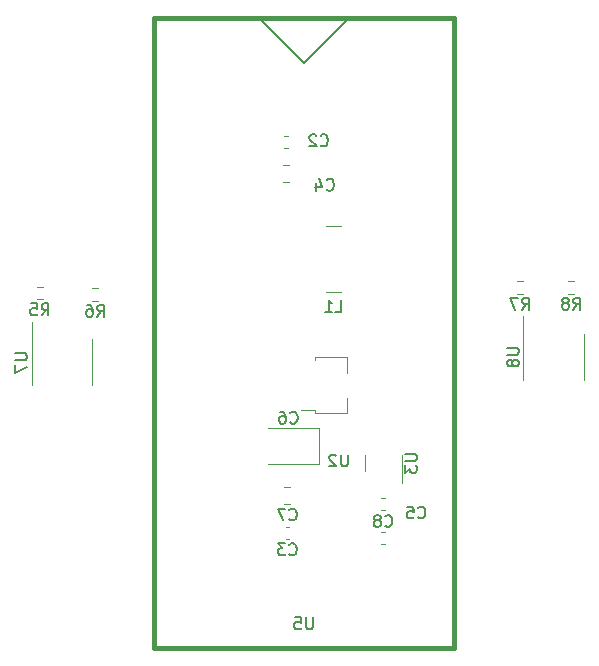
<source format=gbr>
%TF.GenerationSoftware,KiCad,Pcbnew,(6.0.7)*%
%TF.CreationDate,2022-10-25T16:16:00+09:00*%
%TF.ProjectId,quad_jsb,71756164-5f6a-4736-922e-6b696361645f,rev?*%
%TF.SameCoordinates,Original*%
%TF.FileFunction,Legend,Bot*%
%TF.FilePolarity,Positive*%
%FSLAX46Y46*%
G04 Gerber Fmt 4.6, Leading zero omitted, Abs format (unit mm)*
G04 Created by KiCad (PCBNEW (6.0.7)) date 2022-10-25 16:16:00*
%MOMM*%
%LPD*%
G01*
G04 APERTURE LIST*
%ADD10C,0.150000*%
%ADD11C,0.120000*%
%ADD12C,0.381000*%
%ADD13C,0.200000*%
G04 APERTURE END LIST*
D10*
%TO.C,C5*%
X37166666Y11892857D02*
X37214285Y11845238D01*
X37357142Y11797619D01*
X37452380Y11797619D01*
X37595238Y11845238D01*
X37690476Y11940476D01*
X37738095Y12035714D01*
X37785714Y12226190D01*
X37785714Y12369047D01*
X37738095Y12559523D01*
X37690476Y12654761D01*
X37595238Y12750000D01*
X37452380Y12797619D01*
X37357142Y12797619D01*
X37214285Y12750000D01*
X37166666Y12702380D01*
X36261904Y12797619D02*
X36738095Y12797619D01*
X36785714Y12321428D01*
X36738095Y12369047D01*
X36642857Y12416666D01*
X36404761Y12416666D01*
X36309523Y12369047D01*
X36261904Y12321428D01*
X36214285Y12226190D01*
X36214285Y11988095D01*
X36261904Y11892857D01*
X36309523Y11845238D01*
X36404761Y11797619D01*
X36642857Y11797619D01*
X36738095Y11845238D01*
X36785714Y11892857D01*
%TO.C,R5*%
X5291666Y28992619D02*
X5625000Y29468809D01*
X5863095Y28992619D02*
X5863095Y29992619D01*
X5482142Y29992619D01*
X5386904Y29945000D01*
X5339285Y29897380D01*
X5291666Y29802142D01*
X5291666Y29659285D01*
X5339285Y29564047D01*
X5386904Y29516428D01*
X5482142Y29468809D01*
X5863095Y29468809D01*
X4386904Y29992619D02*
X4863095Y29992619D01*
X4910714Y29516428D01*
X4863095Y29564047D01*
X4767857Y29611666D01*
X4529761Y29611666D01*
X4434523Y29564047D01*
X4386904Y29516428D01*
X4339285Y29421190D01*
X4339285Y29183095D01*
X4386904Y29087857D01*
X4434523Y29040238D01*
X4529761Y28992619D01*
X4767857Y28992619D01*
X4863095Y29040238D01*
X4910714Y29087857D01*
%TO.C,C4*%
X29416666Y39642857D02*
X29464285Y39595238D01*
X29607142Y39547619D01*
X29702380Y39547619D01*
X29845238Y39595238D01*
X29940476Y39690476D01*
X29988095Y39785714D01*
X30035714Y39976190D01*
X30035714Y40119047D01*
X29988095Y40309523D01*
X29940476Y40404761D01*
X29845238Y40500000D01*
X29702380Y40547619D01*
X29607142Y40547619D01*
X29464285Y40500000D01*
X29416666Y40452380D01*
X28559523Y40214285D02*
X28559523Y39547619D01*
X28797619Y40595238D02*
X29035714Y39880952D01*
X28416666Y39880952D01*
%TO.C,U3*%
X36077380Y17236904D02*
X36886904Y17236904D01*
X36982142Y17189285D01*
X37029761Y17141666D01*
X37077380Y17046428D01*
X37077380Y16855952D01*
X37029761Y16760714D01*
X36982142Y16713095D01*
X36886904Y16665476D01*
X36077380Y16665476D01*
X36077380Y16284523D02*
X36077380Y15665476D01*
X36458333Y15998809D01*
X36458333Y15855952D01*
X36505952Y15760714D01*
X36553571Y15713095D01*
X36648809Y15665476D01*
X36886904Y15665476D01*
X36982142Y15713095D01*
X37029761Y15760714D01*
X37077380Y15855952D01*
X37077380Y16141666D01*
X37029761Y16236904D01*
X36982142Y16284523D01*
%TO.C,L1*%
X30166666Y29297619D02*
X30642857Y29297619D01*
X30642857Y30297619D01*
X29309523Y29297619D02*
X29880952Y29297619D01*
X29595238Y29297619D02*
X29595238Y30297619D01*
X29690476Y30154761D01*
X29785714Y30059523D01*
X29880952Y30011904D01*
%TO.C,U5*%
X28261904Y3417619D02*
X28261904Y2608095D01*
X28214285Y2512857D01*
X28166666Y2465238D01*
X28071428Y2417619D01*
X27880952Y2417619D01*
X27785714Y2465238D01*
X27738095Y2512857D01*
X27690476Y2608095D01*
X27690476Y3417619D01*
X26738095Y3417619D02*
X27214285Y3417619D01*
X27261904Y2941428D01*
X27214285Y2989047D01*
X27119047Y3036666D01*
X26880952Y3036666D01*
X26785714Y2989047D01*
X26738095Y2941428D01*
X26690476Y2846190D01*
X26690476Y2608095D01*
X26738095Y2512857D01*
X26785714Y2465238D01*
X26880952Y2417619D01*
X27119047Y2417619D01*
X27214285Y2465238D01*
X27261904Y2512857D01*
%TO.C,C8*%
X34379166Y11172857D02*
X34426785Y11125238D01*
X34569642Y11077619D01*
X34664880Y11077619D01*
X34807738Y11125238D01*
X34902976Y11220476D01*
X34950595Y11315714D01*
X34998214Y11506190D01*
X34998214Y11649047D01*
X34950595Y11839523D01*
X34902976Y11934761D01*
X34807738Y12030000D01*
X34664880Y12077619D01*
X34569642Y12077619D01*
X34426785Y12030000D01*
X34379166Y11982380D01*
X33807738Y11649047D02*
X33902976Y11696666D01*
X33950595Y11744285D01*
X33998214Y11839523D01*
X33998214Y11887142D01*
X33950595Y11982380D01*
X33902976Y12030000D01*
X33807738Y12077619D01*
X33617261Y12077619D01*
X33522023Y12030000D01*
X33474404Y11982380D01*
X33426785Y11887142D01*
X33426785Y11839523D01*
X33474404Y11744285D01*
X33522023Y11696666D01*
X33617261Y11649047D01*
X33807738Y11649047D01*
X33902976Y11601428D01*
X33950595Y11553809D01*
X33998214Y11458571D01*
X33998214Y11268095D01*
X33950595Y11172857D01*
X33902976Y11125238D01*
X33807738Y11077619D01*
X33617261Y11077619D01*
X33522023Y11125238D01*
X33474404Y11172857D01*
X33426785Y11268095D01*
X33426785Y11458571D01*
X33474404Y11553809D01*
X33522023Y11601428D01*
X33617261Y11649047D01*
%TO.C,U8*%
X44702380Y26236904D02*
X45511904Y26236904D01*
X45607142Y26189285D01*
X45654761Y26141666D01*
X45702380Y26046428D01*
X45702380Y25855952D01*
X45654761Y25760714D01*
X45607142Y25713095D01*
X45511904Y25665476D01*
X44702380Y25665476D01*
X45130952Y25046428D02*
X45083333Y25141666D01*
X45035714Y25189285D01*
X44940476Y25236904D01*
X44892857Y25236904D01*
X44797619Y25189285D01*
X44750000Y25141666D01*
X44702380Y25046428D01*
X44702380Y24855952D01*
X44750000Y24760714D01*
X44797619Y24713095D01*
X44892857Y24665476D01*
X44940476Y24665476D01*
X45035714Y24713095D01*
X45083333Y24760714D01*
X45130952Y24855952D01*
X45130952Y25046428D01*
X45178571Y25141666D01*
X45226190Y25189285D01*
X45321428Y25236904D01*
X45511904Y25236904D01*
X45607142Y25189285D01*
X45654761Y25141666D01*
X45702380Y25046428D01*
X45702380Y24855952D01*
X45654761Y24760714D01*
X45607142Y24713095D01*
X45511904Y24665476D01*
X45321428Y24665476D01*
X45226190Y24713095D01*
X45178571Y24760714D01*
X45130952Y24855952D01*
%TO.C,U7*%
X3052380Y25761904D02*
X3861904Y25761904D01*
X3957142Y25714285D01*
X4004761Y25666666D01*
X4052380Y25571428D01*
X4052380Y25380952D01*
X4004761Y25285714D01*
X3957142Y25238095D01*
X3861904Y25190476D01*
X3052380Y25190476D01*
X3052380Y24809523D02*
X3052380Y24142857D01*
X4052380Y24571428D01*
%TO.C,U2*%
X31211904Y17197619D02*
X31211904Y16388095D01*
X31164285Y16292857D01*
X31116666Y16245238D01*
X31021428Y16197619D01*
X30830952Y16197619D01*
X30735714Y16245238D01*
X30688095Y16292857D01*
X30640476Y16388095D01*
X30640476Y17197619D01*
X30211904Y17102380D02*
X30164285Y17150000D01*
X30069047Y17197619D01*
X29830952Y17197619D01*
X29735714Y17150000D01*
X29688095Y17102380D01*
X29640476Y17007142D01*
X29640476Y16911904D01*
X29688095Y16769047D01*
X30259523Y16197619D01*
X29640476Y16197619D01*
%TO.C,C3*%
X26266666Y8762857D02*
X26314285Y8715238D01*
X26457142Y8667619D01*
X26552380Y8667619D01*
X26695238Y8715238D01*
X26790476Y8810476D01*
X26838095Y8905714D01*
X26885714Y9096190D01*
X26885714Y9239047D01*
X26838095Y9429523D01*
X26790476Y9524761D01*
X26695238Y9620000D01*
X26552380Y9667619D01*
X26457142Y9667619D01*
X26314285Y9620000D01*
X26266666Y9572380D01*
X25933333Y9667619D02*
X25314285Y9667619D01*
X25647619Y9286666D01*
X25504761Y9286666D01*
X25409523Y9239047D01*
X25361904Y9191428D01*
X25314285Y9096190D01*
X25314285Y8858095D01*
X25361904Y8762857D01*
X25409523Y8715238D01*
X25504761Y8667619D01*
X25790476Y8667619D01*
X25885714Y8715238D01*
X25933333Y8762857D01*
%TO.C,C6*%
X26341666Y19917857D02*
X26389285Y19870238D01*
X26532142Y19822619D01*
X26627380Y19822619D01*
X26770238Y19870238D01*
X26865476Y19965476D01*
X26913095Y20060714D01*
X26960714Y20251190D01*
X26960714Y20394047D01*
X26913095Y20584523D01*
X26865476Y20679761D01*
X26770238Y20775000D01*
X26627380Y20822619D01*
X26532142Y20822619D01*
X26389285Y20775000D01*
X26341666Y20727380D01*
X25484523Y20822619D02*
X25675000Y20822619D01*
X25770238Y20775000D01*
X25817857Y20727380D01*
X25913095Y20584523D01*
X25960714Y20394047D01*
X25960714Y20013095D01*
X25913095Y19917857D01*
X25865476Y19870238D01*
X25770238Y19822619D01*
X25579761Y19822619D01*
X25484523Y19870238D01*
X25436904Y19917857D01*
X25389285Y20013095D01*
X25389285Y20251190D01*
X25436904Y20346428D01*
X25484523Y20394047D01*
X25579761Y20441666D01*
X25770238Y20441666D01*
X25865476Y20394047D01*
X25913095Y20346428D01*
X25960714Y20251190D01*
%TO.C,C2*%
X28916666Y43392857D02*
X28964285Y43345238D01*
X29107142Y43297619D01*
X29202380Y43297619D01*
X29345238Y43345238D01*
X29440476Y43440476D01*
X29488095Y43535714D01*
X29535714Y43726190D01*
X29535714Y43869047D01*
X29488095Y44059523D01*
X29440476Y44154761D01*
X29345238Y44250000D01*
X29202380Y44297619D01*
X29107142Y44297619D01*
X28964285Y44250000D01*
X28916666Y44202380D01*
X28535714Y44202380D02*
X28488095Y44250000D01*
X28392857Y44297619D01*
X28154761Y44297619D01*
X28059523Y44250000D01*
X28011904Y44202380D01*
X27964285Y44107142D01*
X27964285Y44011904D01*
X28011904Y43869047D01*
X28583333Y43297619D01*
X27964285Y43297619D01*
%TO.C,R7*%
X45966666Y29467619D02*
X46300000Y29943809D01*
X46538095Y29467619D02*
X46538095Y30467619D01*
X46157142Y30467619D01*
X46061904Y30420000D01*
X46014285Y30372380D01*
X45966666Y30277142D01*
X45966666Y30134285D01*
X46014285Y30039047D01*
X46061904Y29991428D01*
X46157142Y29943809D01*
X46538095Y29943809D01*
X45633333Y30467619D02*
X44966666Y30467619D01*
X45395238Y29467619D01*
%TO.C,R8*%
X50316666Y29467619D02*
X50650000Y29943809D01*
X50888095Y29467619D02*
X50888095Y30467619D01*
X50507142Y30467619D01*
X50411904Y30420000D01*
X50364285Y30372380D01*
X50316666Y30277142D01*
X50316666Y30134285D01*
X50364285Y30039047D01*
X50411904Y29991428D01*
X50507142Y29943809D01*
X50888095Y29943809D01*
X49745238Y30039047D02*
X49840476Y30086666D01*
X49888095Y30134285D01*
X49935714Y30229523D01*
X49935714Y30277142D01*
X49888095Y30372380D01*
X49840476Y30420000D01*
X49745238Y30467619D01*
X49554761Y30467619D01*
X49459523Y30420000D01*
X49411904Y30372380D01*
X49364285Y30277142D01*
X49364285Y30229523D01*
X49411904Y30134285D01*
X49459523Y30086666D01*
X49554761Y30039047D01*
X49745238Y30039047D01*
X49840476Y29991428D01*
X49888095Y29943809D01*
X49935714Y29848571D01*
X49935714Y29658095D01*
X49888095Y29562857D01*
X49840476Y29515238D01*
X49745238Y29467619D01*
X49554761Y29467619D01*
X49459523Y29515238D01*
X49411904Y29562857D01*
X49364285Y29658095D01*
X49364285Y29848571D01*
X49411904Y29943809D01*
X49459523Y29991428D01*
X49554761Y30039047D01*
%TO.C,C7*%
X26266666Y11712857D02*
X26314285Y11665238D01*
X26457142Y11617619D01*
X26552380Y11617619D01*
X26695238Y11665238D01*
X26790476Y11760476D01*
X26838095Y11855714D01*
X26885714Y12046190D01*
X26885714Y12189047D01*
X26838095Y12379523D01*
X26790476Y12474761D01*
X26695238Y12570000D01*
X26552380Y12617619D01*
X26457142Y12617619D01*
X26314285Y12570000D01*
X26266666Y12522380D01*
X25933333Y12617619D02*
X25266666Y12617619D01*
X25695238Y11617619D01*
%TO.C,R6*%
X10016666Y28867619D02*
X10350000Y29343809D01*
X10588095Y28867619D02*
X10588095Y29867619D01*
X10207142Y29867619D01*
X10111904Y29820000D01*
X10064285Y29772380D01*
X10016666Y29677142D01*
X10016666Y29534285D01*
X10064285Y29439047D01*
X10111904Y29391428D01*
X10207142Y29343809D01*
X10588095Y29343809D01*
X9159523Y29867619D02*
X9350000Y29867619D01*
X9445238Y29820000D01*
X9492857Y29772380D01*
X9588095Y29629523D01*
X9635714Y29439047D01*
X9635714Y29058095D01*
X9588095Y28962857D01*
X9540476Y28915238D01*
X9445238Y28867619D01*
X9254761Y28867619D01*
X9159523Y28915238D01*
X9111904Y28962857D01*
X9064285Y29058095D01*
X9064285Y29296190D01*
X9111904Y29391428D01*
X9159523Y29439047D01*
X9254761Y29486666D01*
X9445238Y29486666D01*
X9540476Y29439047D01*
X9588095Y29391428D01*
X9635714Y29296190D01*
D11*
%TO.C,C5*%
X34346267Y12540000D02*
X34053733Y12540000D01*
X34346267Y13560000D02*
X34053733Y13560000D01*
%TO.C,R5*%
X4870276Y30352500D02*
X5379724Y30352500D01*
X4870276Y31397500D02*
X5379724Y31397500D01*
%TO.C,C4*%
X26261252Y41735000D02*
X25738748Y41735000D01*
X26261252Y40265000D02*
X25738748Y40265000D01*
%TO.C,U3*%
X35785000Y16475000D02*
X35785000Y17125000D01*
X35785000Y16475000D02*
X35785000Y14800000D01*
X32665000Y16475000D02*
X32665000Y15825000D01*
X32665000Y16475000D02*
X32665000Y17125000D01*
%TO.C,L1*%
X30600000Y30950000D02*
X29400000Y30950000D01*
X29400000Y36550000D02*
X30600000Y36550000D01*
D12*
%TO.C,U5*%
X14800000Y54170000D02*
X40200000Y54170000D01*
D13*
X27500000Y50360000D02*
X31310000Y54170000D01*
D12*
X14800000Y54170000D02*
X14800000Y830000D01*
D13*
X23690000Y54170000D02*
X27500000Y50360000D01*
D12*
X40200000Y54170000D02*
X40200000Y830000D01*
X14800000Y830000D02*
X40200000Y830000D01*
D11*
%TO.C,C8*%
X34358767Y9590000D02*
X34066233Y9590000D01*
X34358767Y10610000D02*
X34066233Y10610000D01*
%TO.C,U8*%
X46090000Y25475000D02*
X46090000Y23525000D01*
X46090000Y25475000D02*
X46090000Y28925000D01*
X51210000Y25475000D02*
X51210000Y27425000D01*
X51210000Y25475000D02*
X51210000Y23525000D01*
%TO.C,U7*%
X9560000Y25000000D02*
X9560000Y26950000D01*
X4440000Y25000000D02*
X4440000Y23050000D01*
X9560000Y25000000D02*
X9560000Y23050000D01*
X4440000Y25000000D02*
X4440000Y28450000D01*
%TO.C,U2*%
X31135000Y20715000D02*
X31135000Y22025000D01*
X28415000Y20715000D02*
X28415000Y20945000D01*
X28415000Y25435000D02*
X28415000Y25205000D01*
X28415000Y20715000D02*
X31135000Y20715000D01*
X31135000Y25435000D02*
X28415000Y25435000D01*
X31135000Y24125000D02*
X31135000Y25435000D01*
X27275000Y20945000D02*
X28415000Y20945000D01*
%TO.C,C3*%
X25953733Y11060000D02*
X26246267Y11060000D01*
X25953733Y10040000D02*
X26246267Y10040000D01*
%TO.C,C6*%
X28810000Y19435000D02*
X28810000Y16415000D01*
X28810000Y16415000D02*
X24425000Y16415000D01*
X24425000Y19435000D02*
X28810000Y19435000D01*
%TO.C,C2*%
X25828733Y44185000D02*
X26121267Y44185000D01*
X25828733Y43165000D02*
X26121267Y43165000D01*
%TO.C,R7*%
X45545276Y31872500D02*
X46054724Y31872500D01*
X45545276Y30827500D02*
X46054724Y30827500D01*
%TO.C,R8*%
X49895276Y30827500D02*
X50404724Y30827500D01*
X49895276Y31872500D02*
X50404724Y31872500D01*
%TO.C,C7*%
X25838748Y14485000D02*
X26361252Y14485000D01*
X25838748Y13015000D02*
X26361252Y13015000D01*
%TO.C,R6*%
X9595276Y31272500D02*
X10104724Y31272500D01*
X9595276Y30227500D02*
X10104724Y30227500D01*
%TD*%
M02*

</source>
